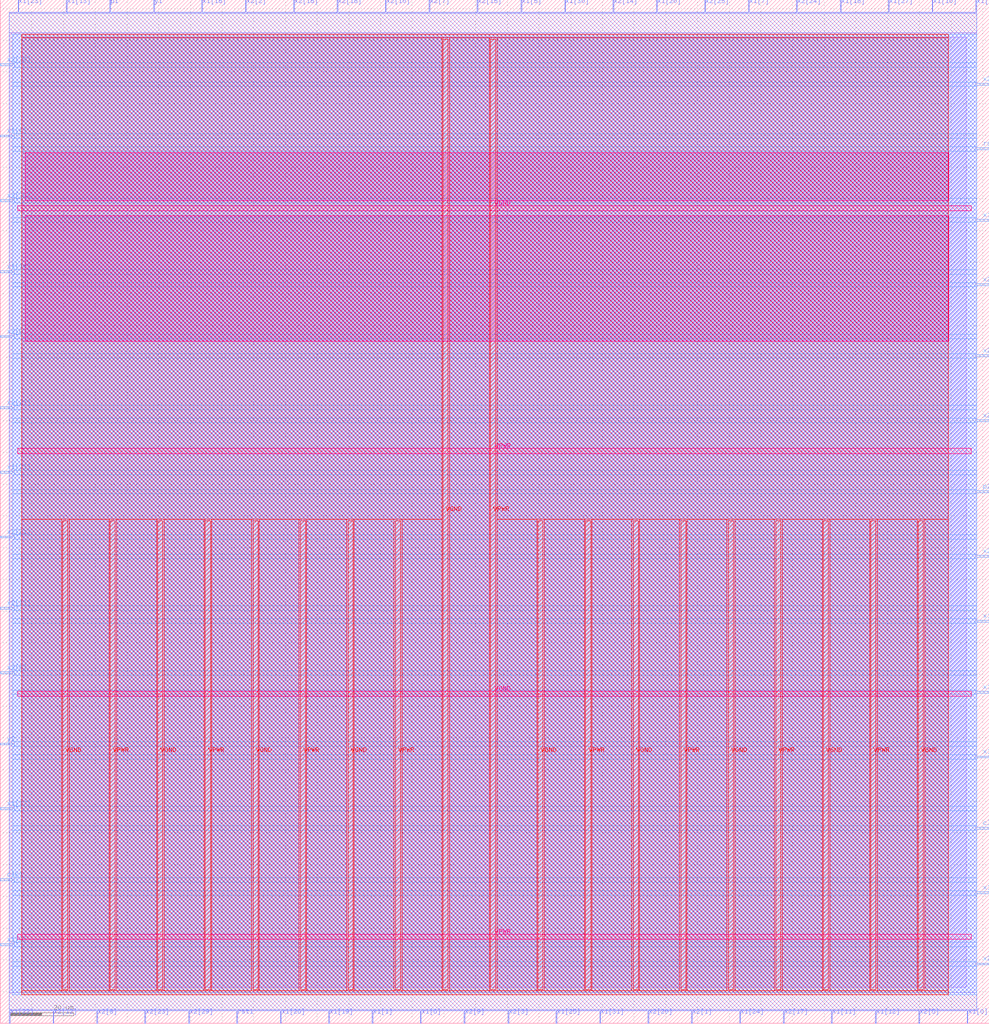
<source format=lef>
VERSION 5.7 ;
  NOWIREEXTENSIONATPIN ON ;
  DIVIDERCHAR "/" ;
  BUSBITCHARS "[]" ;
MACRO manual_macro_placement_test
  CLASS BLOCK ;
  FOREIGN manual_macro_placement_test ;
  ORIGIN 0.000 0.000 ;
  SIZE 312.060 BY 322.780 ;
  PIN clk1
    DIRECTION INPUT ;
    USE SIGNAL ;
    PORT
      LAYER met3 ;
        RECT 0.000 44.920 4.000 45.520 ;
    END
  END clk1
  PIN clk2
    DIRECTION INPUT ;
    USE SIGNAL ;
    PORT
      LAYER met3 ;
        RECT 308.060 61.240 312.060 61.840 ;
    END
  END clk2
  PIN p1
    DIRECTION OUTPUT TRISTATE ;
    USE SIGNAL ;
    PORT
      LAYER met2 ;
        RECT 34.590 318.780 34.870 322.780 ;
    END
  END p1
  PIN p2
    DIRECTION OUTPUT TRISTATE ;
    USE SIGNAL ;
    PORT
      LAYER met3 ;
        RECT 308.060 167.320 312.060 167.920 ;
    END
  END p2
  PIN rst1
    DIRECTION INPUT ;
    USE SIGNAL ;
    PORT
      LAYER met2 ;
        RECT 74.610 0.000 74.890 4.000 ;
    END
  END rst1
  PIN rst2
    DIRECTION INPUT ;
    USE SIGNAL ;
    PORT
      LAYER met3 ;
        RECT 308.060 275.440 312.060 276.040 ;
    END
  END rst2
  PIN x1[0]
    DIRECTION INPUT ;
    USE SIGNAL ;
    PORT
      LAYER met2 ;
        RECT 305.070 0.000 305.350 4.000 ;
    END
  END x1[0]
  PIN x1[10]
    DIRECTION INPUT ;
    USE SIGNAL ;
    PORT
      LAYER met2 ;
        RECT 294.030 318.780 294.310 322.780 ;
    END
  END x1[10]
  PIN x1[11]
    DIRECTION INPUT ;
    USE SIGNAL ;
    PORT
      LAYER met2 ;
        RECT 262.290 0.000 262.570 4.000 ;
    END
  END x1[11]
  PIN x1[12]
    DIRECTION INPUT ;
    USE SIGNAL ;
    PORT
      LAYER met2 ;
        RECT 276.090 0.000 276.370 4.000 ;
    END
  END x1[12]
  PIN x1[13]
    DIRECTION INPUT ;
    USE SIGNAL ;
    PORT
      LAYER met2 ;
        RECT 20.790 318.780 21.070 322.780 ;
    END
  END x1[13]
  PIN x1[14]
    DIRECTION INPUT ;
    USE SIGNAL ;
    PORT
      LAYER met3 ;
        RECT 0.000 236.680 4.000 237.280 ;
    END
  END x1[14]
  PIN x1[15]
    DIRECTION INPUT ;
    USE SIGNAL ;
    PORT
      LAYER met3 ;
        RECT 308.060 104.080 312.060 104.680 ;
    END
  END x1[15]
  PIN x1[16]
    DIRECTION INPUT ;
    USE SIGNAL ;
    PORT
      LAYER met2 ;
        RECT 63.570 318.780 63.850 322.780 ;
    END
  END x1[16]
  PIN x1[17]
    DIRECTION INPUT ;
    USE SIGNAL ;
    PORT
      LAYER met3 ;
        RECT 0.000 67.360 4.000 67.960 ;
    END
  END x1[17]
  PIN x1[18]
    DIRECTION INPUT ;
    USE SIGNAL ;
    PORT
      LAYER met2 ;
        RECT 265.050 318.780 265.330 322.780 ;
    END
  END x1[18]
  PIN x1[19]
    DIRECTION INPUT ;
    USE SIGNAL ;
    PORT
      LAYER met2 ;
        RECT 103.590 0.000 103.870 4.000 ;
    END
  END x1[19]
  PIN x1[1]
    DIRECTION INPUT ;
    USE SIGNAL ;
    PORT
      LAYER met2 ;
        RECT 117.390 0.000 117.670 4.000 ;
    END
  END x1[1]
  PIN x1[20]
    DIRECTION INPUT ;
    USE SIGNAL ;
    PORT
      LAYER met2 ;
        RECT 207.090 318.780 207.370 322.780 ;
    END
  END x1[20]
  PIN x1[21]
    DIRECTION INPUT ;
    USE SIGNAL ;
    PORT
      LAYER met3 ;
        RECT 0.000 173.440 4.000 174.040 ;
    END
  END x1[21]
  PIN x1[22]
    DIRECTION INPUT ;
    USE SIGNAL ;
    PORT
      LAYER met2 ;
        RECT 2.850 0.000 3.130 4.000 ;
    END
  END x1[22]
  PIN x1[23]
    DIRECTION INPUT ;
    USE SIGNAL ;
    PORT
      LAYER met2 ;
        RECT 5.610 318.780 5.890 322.780 ;
    END
  END x1[23]
  PIN x1[24]
    DIRECTION INPUT ;
    USE SIGNAL ;
    PORT
      LAYER met2 ;
        RECT 233.310 0.000 233.590 4.000 ;
    END
  END x1[24]
  PIN x1[25]
    DIRECTION INPUT ;
    USE SIGNAL ;
    PORT
      LAYER met2 ;
        RECT 175.350 0.000 175.630 4.000 ;
    END
  END x1[25]
  PIN x1[26]
    DIRECTION INPUT ;
    USE SIGNAL ;
    PORT
      LAYER met2 ;
        RECT 88.410 0.000 88.690 4.000 ;
    END
  END x1[26]
  PIN x1[27]
    DIRECTION INPUT ;
    USE SIGNAL ;
    PORT
      LAYER met2 ;
        RECT 280.230 318.780 280.510 322.780 ;
    END
  END x1[27]
  PIN x1[28]
    DIRECTION INPUT ;
    USE SIGNAL ;
    PORT
      LAYER met2 ;
        RECT 307.830 318.780 308.110 322.780 ;
    END
  END x1[28]
  PIN x1[29]
    DIRECTION INPUT ;
    USE SIGNAL ;
    PORT
      LAYER met3 ;
        RECT 308.060 83.680 312.060 84.280 ;
    END
  END x1[29]
  PIN x1[2]
    DIRECTION INPUT ;
    USE SIGNAL ;
    PORT
      LAYER met3 ;
        RECT 308.060 253.000 312.060 253.600 ;
    END
  END x1[2]
  PIN x1[30]
    DIRECTION INPUT ;
    USE SIGNAL ;
    PORT
      LAYER met2 ;
        RECT 178.110 318.780 178.390 322.780 ;
    END
  END x1[30]
  PIN x1[31]
    DIRECTION INPUT ;
    USE SIGNAL ;
    PORT
      LAYER met2 ;
        RECT 189.150 0.000 189.430 4.000 ;
    END
  END x1[31]
  PIN x1[3]
    DIRECTION INPUT ;
    USE SIGNAL ;
    PORT
      LAYER met3 ;
        RECT 308.060 126.520 312.060 127.120 ;
    END
  END x1[3]
  PIN x1[4]
    DIRECTION INPUT ;
    USE SIGNAL ;
    PORT
      LAYER met3 ;
        RECT 0.000 279.520 4.000 280.120 ;
    END
  END x1[4]
  PIN x1[5]
    DIRECTION INPUT ;
    USE SIGNAL ;
    PORT
      LAYER met2 ;
        RECT 164.310 318.780 164.590 322.780 ;
    END
  END x1[5]
  PIN x1[6]
    DIRECTION INPUT ;
    USE SIGNAL ;
    PORT
      LAYER met2 ;
        RECT 132.570 0.000 132.850 4.000 ;
    END
  END x1[6]
  PIN x1[7]
    DIRECTION INPUT ;
    USE SIGNAL ;
    PORT
      LAYER met2 ;
        RECT 236.070 318.780 236.350 322.780 ;
    END
  END x1[7]
  PIN x1[8]
    DIRECTION INPUT ;
    USE SIGNAL ;
    PORT
      LAYER met3 ;
        RECT 0.000 24.520 4.000 25.120 ;
    END
  END x1[8]
  PIN x1[9]
    DIRECTION INPUT ;
    USE SIGNAL ;
    PORT
      LAYER met3 ;
        RECT 308.060 40.840 312.060 41.440 ;
    END
  END x1[9]
  PIN x2[0]
    DIRECTION INPUT ;
    USE SIGNAL ;
    PORT
      LAYER met3 ;
        RECT 0.000 216.280 4.000 216.880 ;
    END
  END x2[0]
  PIN x2[10]
    DIRECTION INPUT ;
    USE SIGNAL ;
    PORT
      LAYER met2 ;
        RECT 121.530 318.780 121.810 322.780 ;
    END
  END x2[10]
  PIN x2[11]
    DIRECTION INPUT ;
    USE SIGNAL ;
    PORT
      LAYER met3 ;
        RECT 0.000 130.600 4.000 131.200 ;
    END
  END x2[11]
  PIN x2[12]
    DIRECTION INPUT ;
    USE SIGNAL ;
    PORT
      LAYER met2 ;
        RECT 16.650 0.000 16.930 4.000 ;
    END
  END x2[12]
  PIN x2[13]
    DIRECTION INPUT ;
    USE SIGNAL ;
    PORT
      LAYER met3 ;
        RECT 308.060 18.400 312.060 19.000 ;
    END
  END x2[13]
  PIN x2[14]
    DIRECTION INPUT ;
    USE SIGNAL ;
    PORT
      LAYER met2 ;
        RECT 193.290 318.780 193.570 322.780 ;
    END
  END x2[14]
  PIN x2[15]
    DIRECTION INPUT ;
    USE SIGNAL ;
    PORT
      LAYER met2 ;
        RECT 150.510 318.780 150.790 322.780 ;
    END
  END x2[15]
  PIN x2[16]
    DIRECTION INPUT ;
    USE SIGNAL ;
    PORT
      LAYER met2 ;
        RECT 92.550 318.780 92.830 322.780 ;
    END
  END x2[16]
  PIN x2[17]
    DIRECTION INPUT ;
    USE SIGNAL ;
    PORT
      LAYER met2 ;
        RECT 247.110 0.000 247.390 4.000 ;
    END
  END x2[17]
  PIN x2[18]
    DIRECTION INPUT ;
    USE SIGNAL ;
    PORT
      LAYER met2 ;
        RECT 106.350 318.780 106.630 322.780 ;
    END
  END x2[18]
  PIN x2[19]
    DIRECTION INPUT ;
    USE SIGNAL ;
    PORT
      LAYER met3 ;
        RECT 308.060 295.840 312.060 296.440 ;
    END
  END x2[19]
  PIN x2[1]
    DIRECTION INPUT ;
    USE SIGNAL ;
    PORT
      LAYER met2 ;
        RECT 218.130 0.000 218.410 4.000 ;
    END
  END x2[1]
  PIN x2[20]
    DIRECTION INPUT ;
    USE SIGNAL ;
    PORT
      LAYER met2 ;
        RECT 204.330 0.000 204.610 4.000 ;
    END
  END x2[20]
  PIN x2[21]
    DIRECTION INPUT ;
    USE SIGNAL ;
    PORT
      LAYER met3 ;
        RECT 0.000 153.040 4.000 153.640 ;
    END
  END x2[21]
  PIN x2[22]
    DIRECTION INPUT ;
    USE SIGNAL ;
    PORT
      LAYER met3 ;
        RECT 308.060 210.160 312.060 210.760 ;
    END
  END x2[22]
  PIN x2[23]
    DIRECTION INPUT ;
    USE SIGNAL ;
    PORT
      LAYER met2 ;
        RECT 45.630 0.000 45.910 4.000 ;
    END
  END x2[23]
  PIN x2[24]
    DIRECTION INPUT ;
    USE SIGNAL ;
    PORT
      LAYER met2 ;
        RECT 251.250 318.780 251.530 322.780 ;
    END
  END x2[24]
  PIN x2[25]
    DIRECTION INPUT ;
    USE SIGNAL ;
    PORT
      LAYER met2 ;
        RECT 222.270 318.780 222.550 322.780 ;
    END
  END x2[25]
  PIN x2[26]
    DIRECTION INPUT ;
    USE SIGNAL ;
    PORT
      LAYER met3 ;
        RECT 308.060 189.760 312.060 190.360 ;
    END
  END x2[26]
  PIN x2[27]
    DIRECTION INPUT ;
    USE SIGNAL ;
    PORT
      LAYER met3 ;
        RECT 0.000 193.840 4.000 194.440 ;
    END
  END x2[27]
  PIN x2[28]
    DIRECTION INPUT ;
    USE SIGNAL ;
    PORT
      LAYER met3 ;
        RECT 0.000 301.960 4.000 302.560 ;
    END
  END x2[28]
  PIN x2[29]
    DIRECTION INPUT ;
    USE SIGNAL ;
    PORT
      LAYER met2 ;
        RECT 59.430 0.000 59.710 4.000 ;
    END
  END x2[29]
  PIN x2[2]
    DIRECTION INPUT ;
    USE SIGNAL ;
    PORT
      LAYER met2 ;
        RECT 77.370 318.780 77.650 322.780 ;
    END
  END x2[2]
  PIN x2[30]
    DIRECTION INPUT ;
    USE SIGNAL ;
    PORT
      LAYER met3 ;
        RECT 0.000 259.120 4.000 259.720 ;
    END
  END x2[30]
  PIN x2[31]
    DIRECTION INPUT ;
    USE SIGNAL ;
    PORT
      LAYER met3 ;
        RECT 308.060 146.920 312.060 147.520 ;
    END
  END x2[31]
  PIN x2[3]
    DIRECTION INPUT ;
    USE SIGNAL ;
    PORT
      LAYER met2 ;
        RECT 160.170 0.000 160.450 4.000 ;
    END
  END x2[3]
  PIN x2[4]
    DIRECTION INPUT ;
    USE SIGNAL ;
    PORT
      LAYER met3 ;
        RECT 308.060 232.600 312.060 233.200 ;
    END
  END x2[4]
  PIN x2[5]
    DIRECTION INPUT ;
    USE SIGNAL ;
    PORT
      LAYER met2 ;
        RECT 289.890 0.000 290.170 4.000 ;
    END
  END x2[5]
  PIN x2[6]
    DIRECTION INPUT ;
    USE SIGNAL ;
    PORT
      LAYER met3 ;
        RECT 0.000 110.200 4.000 110.800 ;
    END
  END x2[6]
  PIN x2[7]
    DIRECTION INPUT ;
    USE SIGNAL ;
    PORT
      LAYER met2 ;
        RECT 135.330 318.780 135.610 322.780 ;
    END
  END x2[7]
  PIN x2[8]
    DIRECTION INPUT ;
    USE SIGNAL ;
    PORT
      LAYER met2 ;
        RECT 30.450 0.000 30.730 4.000 ;
    END
  END x2[8]
  PIN x2[9]
    DIRECTION INPUT ;
    USE SIGNAL ;
    PORT
      LAYER met2 ;
        RECT 146.370 0.000 146.650 4.000 ;
    END
  END x2[9]
  PIN y1
    DIRECTION INPUT ;
    USE SIGNAL ;
    PORT
      LAYER met2 ;
        RECT 48.390 318.780 48.670 322.780 ;
    END
  END y1
  PIN y2
    DIRECTION INPUT ;
    USE SIGNAL ;
    PORT
      LAYER met3 ;
        RECT 0.000 87.760 4.000 88.360 ;
    END
  END y2
  PIN VPWR
    DIRECTION INOUT ;
    USE POWER ;
    PORT
      LAYER met4 ;
        RECT 154.720 10.640 156.320 310.320 ;
    END
  END VPWR
  PIN VPWR
    DIRECTION INOUT ;
    USE POWER ;
    PORT
      LAYER met4 ;
        RECT 274.720 10.640 276.320 158.470 ;
    END
  END VPWR
  PIN VPWR
    DIRECTION INOUT ;
    USE POWER ;
    PORT
      LAYER met4 ;
        RECT 244.720 10.640 246.320 158.470 ;
    END
  END VPWR
  PIN VPWR
    DIRECTION INOUT ;
    USE POWER ;
    PORT
      LAYER met4 ;
        RECT 214.720 10.640 216.320 158.470 ;
    END
  END VPWR
  PIN VPWR
    DIRECTION INOUT ;
    USE POWER ;
    PORT
      LAYER met4 ;
        RECT 184.720 10.640 186.320 158.470 ;
    END
  END VPWR
  PIN VPWR
    DIRECTION INOUT ;
    USE POWER ;
    PORT
      LAYER met4 ;
        RECT 124.720 10.640 126.320 158.470 ;
    END
  END VPWR
  PIN VPWR
    DIRECTION INOUT ;
    USE POWER ;
    PORT
      LAYER met4 ;
        RECT 94.720 10.640 96.320 158.470 ;
    END
  END VPWR
  PIN VPWR
    DIRECTION INOUT ;
    USE POWER ;
    PORT
      LAYER met4 ;
        RECT 64.720 10.640 66.320 158.470 ;
    END
  END VPWR
  PIN VPWR
    DIRECTION INOUT ;
    USE POWER ;
    PORT
      LAYER met4 ;
        RECT 34.720 10.640 36.320 158.470 ;
    END
  END VPWR
  PIN VPWR
    DIRECTION INOUT ;
    USE POWER ;
    PORT
      LAYER met5 ;
        RECT 5.520 179.670 306.360 181.270 ;
    END
  END VPWR
  PIN VPWR
    DIRECTION INOUT ;
    USE POWER ;
    PORT
      LAYER met5 ;
        RECT 5.520 26.490 306.360 28.090 ;
    END
  END VPWR
  PIN VGND
    DIRECTION INOUT ;
    USE GROUND ;
    PORT
      LAYER met4 ;
        RECT 139.720 10.640 141.320 310.320 ;
    END
  END VGND
  PIN VGND
    DIRECTION INOUT ;
    USE GROUND ;
    PORT
      LAYER met4 ;
        RECT 289.720 10.640 291.320 158.470 ;
    END
  END VGND
  PIN VGND
    DIRECTION INOUT ;
    USE GROUND ;
    PORT
      LAYER met4 ;
        RECT 259.720 10.640 261.320 158.470 ;
    END
  END VGND
  PIN VGND
    DIRECTION INOUT ;
    USE GROUND ;
    PORT
      LAYER met4 ;
        RECT 229.720 10.640 231.320 158.470 ;
    END
  END VGND
  PIN VGND
    DIRECTION INOUT ;
    USE GROUND ;
    PORT
      LAYER met4 ;
        RECT 199.720 10.640 201.320 158.470 ;
    END
  END VGND
  PIN VGND
    DIRECTION INOUT ;
    USE GROUND ;
    PORT
      LAYER met4 ;
        RECT 169.720 10.640 171.320 158.470 ;
    END
  END VGND
  PIN VGND
    DIRECTION INOUT ;
    USE GROUND ;
    PORT
      LAYER met4 ;
        RECT 109.720 10.640 111.320 158.470 ;
    END
  END VGND
  PIN VGND
    DIRECTION INOUT ;
    USE GROUND ;
    PORT
      LAYER met4 ;
        RECT 79.720 10.640 81.320 158.470 ;
    END
  END VGND
  PIN VGND
    DIRECTION INOUT ;
    USE GROUND ;
    PORT
      LAYER met4 ;
        RECT 49.720 10.640 51.320 158.470 ;
    END
  END VGND
  PIN VGND
    DIRECTION INOUT ;
    USE GROUND ;
    PORT
      LAYER met4 ;
        RECT 19.720 10.640 21.320 158.470 ;
    END
  END VGND
  PIN VGND
    DIRECTION INOUT ;
    USE GROUND ;
    PORT
      LAYER met5 ;
        RECT 5.520 256.260 306.360 257.860 ;
    END
  END VGND
  PIN VGND
    DIRECTION INOUT ;
    USE GROUND ;
    PORT
      LAYER met5 ;
        RECT 5.520 103.080 306.360 104.680 ;
    END
  END VGND
  OBS
      LAYER li1 ;
        RECT 7.045 11.305 304.835 311.015 ;
      LAYER met1 ;
        RECT 2.830 9.560 308.130 312.420 ;
      LAYER met2 ;
        RECT 2.860 318.500 5.330 318.780 ;
        RECT 6.170 318.500 20.510 318.780 ;
        RECT 21.350 318.500 34.310 318.780 ;
        RECT 35.150 318.500 48.110 318.780 ;
        RECT 48.950 318.500 63.290 318.780 ;
        RECT 64.130 318.500 77.090 318.780 ;
        RECT 77.930 318.500 92.270 318.780 ;
        RECT 93.110 318.500 106.070 318.780 ;
        RECT 106.910 318.500 121.250 318.780 ;
        RECT 122.090 318.500 135.050 318.780 ;
        RECT 135.890 318.500 150.230 318.780 ;
        RECT 151.070 318.500 164.030 318.780 ;
        RECT 164.870 318.500 177.830 318.780 ;
        RECT 178.670 318.500 193.010 318.780 ;
        RECT 193.850 318.500 206.810 318.780 ;
        RECT 207.650 318.500 221.990 318.780 ;
        RECT 222.830 318.500 235.790 318.780 ;
        RECT 236.630 318.500 250.970 318.780 ;
        RECT 251.810 318.500 264.770 318.780 ;
        RECT 265.610 318.500 279.950 318.780 ;
        RECT 280.790 318.500 293.750 318.780 ;
        RECT 294.590 318.500 307.550 318.780 ;
        RECT 2.860 4.280 308.100 318.500 ;
        RECT 3.410 4.000 16.370 4.280 ;
        RECT 17.210 4.000 30.170 4.280 ;
        RECT 31.010 4.000 45.350 4.280 ;
        RECT 46.190 4.000 59.150 4.280 ;
        RECT 59.990 4.000 74.330 4.280 ;
        RECT 75.170 4.000 88.130 4.280 ;
        RECT 88.970 4.000 103.310 4.280 ;
        RECT 104.150 4.000 117.110 4.280 ;
        RECT 117.950 4.000 132.290 4.280 ;
        RECT 133.130 4.000 146.090 4.280 ;
        RECT 146.930 4.000 159.890 4.280 ;
        RECT 160.730 4.000 175.070 4.280 ;
        RECT 175.910 4.000 188.870 4.280 ;
        RECT 189.710 4.000 204.050 4.280 ;
        RECT 204.890 4.000 217.850 4.280 ;
        RECT 218.690 4.000 233.030 4.280 ;
        RECT 233.870 4.000 246.830 4.280 ;
        RECT 247.670 4.000 262.010 4.280 ;
        RECT 262.850 4.000 275.810 4.280 ;
        RECT 276.650 4.000 289.610 4.280 ;
        RECT 290.450 4.000 304.790 4.280 ;
        RECT 305.630 4.000 308.100 4.280 ;
      LAYER met3 ;
        RECT 4.000 302.960 308.060 311.945 ;
        RECT 4.400 301.560 308.060 302.960 ;
        RECT 4.000 296.840 308.060 301.560 ;
        RECT 4.000 295.440 307.660 296.840 ;
        RECT 4.000 280.520 308.060 295.440 ;
        RECT 4.400 279.120 308.060 280.520 ;
        RECT 4.000 276.440 308.060 279.120 ;
        RECT 4.000 275.040 307.660 276.440 ;
        RECT 4.000 260.120 308.060 275.040 ;
        RECT 4.400 258.720 308.060 260.120 ;
        RECT 4.000 254.000 308.060 258.720 ;
        RECT 4.000 252.600 307.660 254.000 ;
        RECT 4.000 237.680 308.060 252.600 ;
        RECT 4.400 236.280 308.060 237.680 ;
        RECT 4.000 233.600 308.060 236.280 ;
        RECT 4.000 232.200 307.660 233.600 ;
        RECT 4.000 217.280 308.060 232.200 ;
        RECT 4.400 215.880 308.060 217.280 ;
        RECT 4.000 211.160 308.060 215.880 ;
        RECT 4.000 209.760 307.660 211.160 ;
        RECT 4.000 194.840 308.060 209.760 ;
        RECT 4.400 193.440 308.060 194.840 ;
        RECT 4.000 190.760 308.060 193.440 ;
        RECT 4.000 189.360 307.660 190.760 ;
        RECT 4.000 174.440 308.060 189.360 ;
        RECT 4.400 173.040 308.060 174.440 ;
        RECT 4.000 168.320 308.060 173.040 ;
        RECT 4.000 166.920 307.660 168.320 ;
        RECT 4.000 154.040 308.060 166.920 ;
        RECT 4.400 152.640 308.060 154.040 ;
        RECT 4.000 147.920 308.060 152.640 ;
        RECT 4.000 146.520 307.660 147.920 ;
        RECT 4.000 131.600 308.060 146.520 ;
        RECT 4.400 130.200 308.060 131.600 ;
        RECT 4.000 127.520 308.060 130.200 ;
        RECT 4.000 126.120 307.660 127.520 ;
        RECT 4.000 111.200 308.060 126.120 ;
        RECT 4.400 109.800 308.060 111.200 ;
        RECT 4.000 105.080 308.060 109.800 ;
        RECT 4.000 103.680 307.660 105.080 ;
        RECT 4.000 88.760 308.060 103.680 ;
        RECT 4.400 87.360 308.060 88.760 ;
        RECT 4.000 84.680 308.060 87.360 ;
        RECT 4.000 83.280 307.660 84.680 ;
        RECT 4.000 68.360 308.060 83.280 ;
        RECT 4.400 66.960 308.060 68.360 ;
        RECT 4.000 62.240 308.060 66.960 ;
        RECT 4.000 60.840 307.660 62.240 ;
        RECT 4.000 45.920 308.060 60.840 ;
        RECT 4.400 44.520 308.060 45.920 ;
        RECT 4.000 41.840 308.060 44.520 ;
        RECT 4.000 40.440 307.660 41.840 ;
        RECT 4.000 25.520 308.060 40.440 ;
        RECT 4.400 24.120 308.060 25.520 ;
        RECT 4.000 19.400 308.060 24.120 ;
        RECT 4.000 18.000 307.660 19.400 ;
        RECT 4.000 9.015 308.060 18.000 ;
      LAYER met4 ;
        RECT 6.735 310.720 299.130 311.945 ;
        RECT 6.735 158.870 139.320 310.720 ;
        RECT 6.735 10.240 19.320 158.870 ;
        RECT 21.720 10.240 34.320 158.870 ;
        RECT 36.720 10.240 49.320 158.870 ;
        RECT 51.720 10.240 64.320 158.870 ;
        RECT 66.720 10.240 79.320 158.870 ;
        RECT 81.720 10.240 94.320 158.870 ;
        RECT 96.720 10.240 109.320 158.870 ;
        RECT 111.720 10.240 124.320 158.870 ;
        RECT 126.720 10.240 139.320 158.870 ;
        RECT 141.720 10.240 154.320 310.720 ;
        RECT 156.720 158.870 299.130 310.720 ;
        RECT 156.720 10.240 169.320 158.870 ;
        RECT 171.720 10.240 184.320 158.870 ;
        RECT 186.720 10.240 199.320 158.870 ;
        RECT 201.720 10.240 214.320 158.870 ;
        RECT 216.720 10.240 229.320 158.870 ;
        RECT 231.720 10.240 244.320 158.870 ;
        RECT 246.720 10.240 259.320 158.870 ;
        RECT 261.720 10.240 274.320 158.870 ;
        RECT 276.720 10.240 289.320 158.870 ;
        RECT 291.720 10.240 299.130 158.870 ;
        RECT 6.735 9.015 299.130 10.240 ;
      LAYER met5 ;
        RECT 7.940 259.460 299.340 274.500 ;
        RECT 7.940 215.100 299.340 254.660 ;
  END
END manual_macro_placement_test
END LIBRARY


</source>
